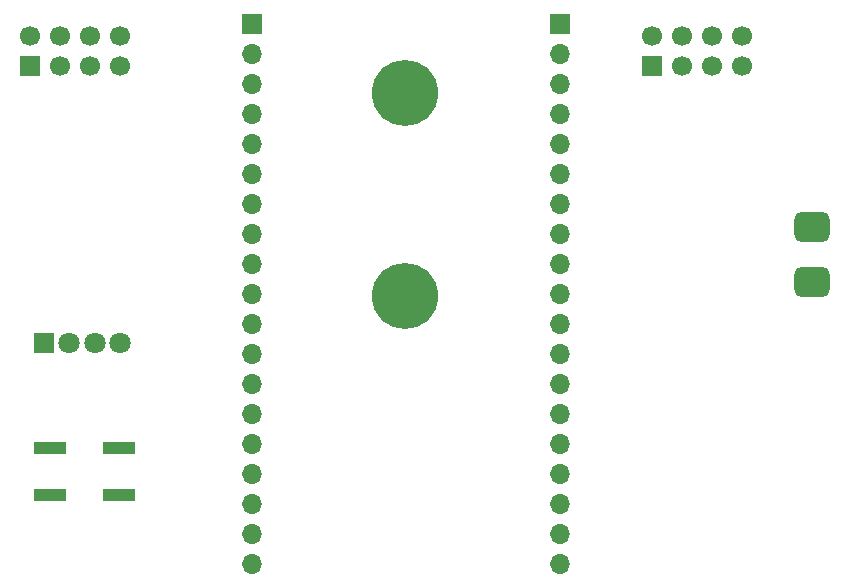
<source format=gbr>
%TF.GenerationSoftware,KiCad,Pcbnew,9.0.0*%
%TF.CreationDate,2025-07-11T11:02:08-04:00*%
%TF.ProjectId,jammerBT_v3,6a616d6d-6572-4425-945f-76332e6b6963,rev?*%
%TF.SameCoordinates,Original*%
%TF.FileFunction,Soldermask,Top*%
%TF.FilePolarity,Negative*%
%FSLAX46Y46*%
G04 Gerber Fmt 4.6, Leading zero omitted, Abs format (unit mm)*
G04 Created by KiCad (PCBNEW 9.0.0) date 2025-07-11 11:02:08*
%MOMM*%
%LPD*%
G01*
G04 APERTURE LIST*
G04 Aperture macros list*
%AMRoundRect*
0 Rectangle with rounded corners*
0 $1 Rounding radius*
0 $2 $3 $4 $5 $6 $7 $8 $9 X,Y pos of 4 corners*
0 Add a 4 corners polygon primitive as box body*
4,1,4,$2,$3,$4,$5,$6,$7,$8,$9,$2,$3,0*
0 Add four circle primitives for the rounded corners*
1,1,$1+$1,$2,$3*
1,1,$1+$1,$4,$5*
1,1,$1+$1,$6,$7*
1,1,$1+$1,$8,$9*
0 Add four rect primitives between the rounded corners*
20,1,$1+$1,$2,$3,$4,$5,0*
20,1,$1+$1,$4,$5,$6,$7,0*
20,1,$1+$1,$6,$7,$8,$9,0*
20,1,$1+$1,$8,$9,$2,$3,0*%
G04 Aperture macros list end*
%ADD10R,1.700000X1.700000*%
%ADD11O,1.700000X1.700000*%
%ADD12C,1.700000*%
%ADD13R,1.800000X1.800000*%
%ADD14C,1.800000*%
%ADD15R,2.800000X1.000000*%
%ADD16C,5.600000*%
%ADD17RoundRect,0.650000X0.850000X-0.650000X0.850000X0.650000X-0.850000X0.650000X-0.850000X-0.650000X0*%
G04 APERTURE END LIST*
D10*
%TO.C,J3*%
X174880000Y-76180000D03*
D11*
X174880000Y-78720000D03*
X174880000Y-81260000D03*
X174880000Y-83800000D03*
X174880000Y-86340000D03*
X174880000Y-88880000D03*
X174880000Y-91420000D03*
X174880000Y-93960000D03*
X174880000Y-96500000D03*
X174880000Y-99040000D03*
X174880000Y-101580000D03*
X174880000Y-104120000D03*
X174880000Y-106660000D03*
X174880000Y-109200000D03*
X174880000Y-111740000D03*
X174880000Y-114280000D03*
X174880000Y-116820000D03*
X174880000Y-119360000D03*
X174880000Y-121900000D03*
%TD*%
D10*
%TO.C,J4*%
X200920000Y-76180000D03*
D11*
X200920000Y-78720000D03*
X200920000Y-81260000D03*
X200920000Y-83800000D03*
X200920000Y-86340000D03*
X200920000Y-88880000D03*
X200920000Y-91420000D03*
X200920000Y-93960000D03*
X200920000Y-96500000D03*
X200920000Y-99040000D03*
X200920000Y-101580000D03*
X200920000Y-104120000D03*
X200920000Y-106660000D03*
X200920000Y-109200000D03*
X200920000Y-111740000D03*
X200920000Y-114280000D03*
X200920000Y-116820000D03*
X200920000Y-119360000D03*
X200920000Y-121900000D03*
%TD*%
D10*
%TO.C,U2*%
X208710000Y-79740000D03*
D12*
X208710000Y-77200000D03*
X211250000Y-79740000D03*
X211250000Y-77200000D03*
X213790000Y-79740000D03*
X213790000Y-77200000D03*
X216330000Y-79740000D03*
X216330000Y-77200000D03*
%TD*%
D13*
%TO.C,D1*%
X157260000Y-103175000D03*
D14*
X159419000Y-103175000D03*
X161578000Y-103175000D03*
X163737000Y-103175000D03*
%TD*%
D15*
%TO.C,SW2*%
X157800000Y-112100000D03*
X163600000Y-112100000D03*
X157800000Y-116100000D03*
X163600000Y-116100000D03*
%TD*%
D16*
%TO.C,H2*%
X187840000Y-99175000D03*
%TD*%
D17*
%TO.C,SW1*%
X222250000Y-98065000D03*
X222250000Y-93365000D03*
%TD*%
D10*
%TO.C,U3*%
X156105000Y-79740000D03*
D12*
X156105000Y-77200000D03*
X158645000Y-79740000D03*
X158645000Y-77200000D03*
X161185000Y-79740000D03*
X161185000Y-77200000D03*
X163725000Y-79740000D03*
X163725000Y-77200000D03*
%TD*%
D16*
%TO.C,H1*%
X187800000Y-82020000D03*
%TD*%
M02*

</source>
